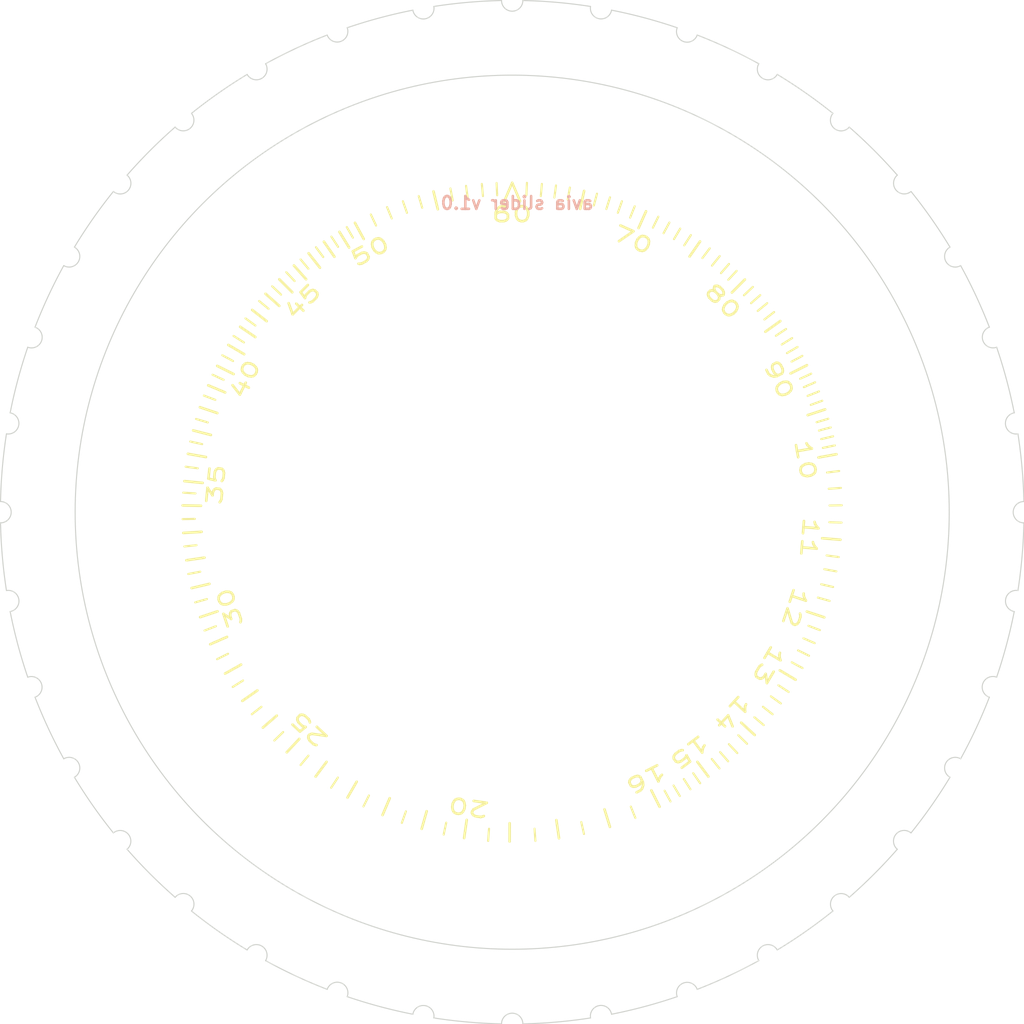
<source format=kicad_pcb>
(kicad_pcb (version 20211014) (generator pcbnew)

  (general
    (thickness 1)
  )

  (paper "A4")
  (layers
    (0 "F.Cu" signal)
    (31 "B.Cu" signal)
    (32 "B.Adhes" user "B.Adhesive")
    (33 "F.Adhes" user "F.Adhesive")
    (34 "B.Paste" user)
    (35 "F.Paste" user)
    (36 "B.SilkS" user "B.Silkscreen")
    (37 "F.SilkS" user "F.Silkscreen")
    (38 "B.Mask" user)
    (39 "F.Mask" user)
    (40 "Dwgs.User" user "User.Drawings")
    (41 "Cmts.User" user "User.Comments")
    (42 "Eco1.User" user "User.Eco1")
    (43 "Eco2.User" user "User.Eco2")
    (44 "Edge.Cuts" user)
    (45 "Margin" user)
    (46 "B.CrtYd" user "B.Courtyard")
    (47 "F.CrtYd" user "F.Courtyard")
    (48 "B.Fab" user)
    (49 "F.Fab" user)
    (50 "User.1" user)
    (51 "User.2" user)
    (52 "User.3" user)
    (53 "User.4" user)
    (54 "User.5" user)
    (55 "User.6" user)
    (56 "User.7" user)
    (57 "User.8" user)
    (58 "User.9" user)
  )

  (setup
    (stackup
      (layer "F.SilkS" (type "Top Silk Screen"))
      (layer "F.Paste" (type "Top Solder Paste"))
      (layer "F.Mask" (type "Top Solder Mask") (thickness 0.01))
      (layer "F.Cu" (type "copper") (thickness 0.035))
      (layer "dielectric 1" (type "core") (thickness 0.91) (material "FR4") (epsilon_r 4.5) (loss_tangent 0.02))
      (layer "B.Cu" (type "copper") (thickness 0.035))
      (layer "B.Mask" (type "Bottom Solder Mask") (thickness 0.01))
      (layer "B.Paste" (type "Bottom Solder Paste"))
      (layer "B.SilkS" (type "Bottom Silk Screen"))
      (copper_finish "None")
      (dielectric_constraints no)
    )
    (pad_to_mask_clearance 0)
    (pcbplotparams
      (layerselection 0x00010fc_ffffffff)
      (disableapertmacros false)
      (usegerberextensions false)
      (usegerberattributes true)
      (usegerberadvancedattributes true)
      (creategerberjobfile true)
      (svguseinch false)
      (svgprecision 6)
      (excludeedgelayer true)
      (plotframeref false)
      (viasonmask false)
      (mode 1)
      (useauxorigin false)
      (hpglpennumber 1)
      (hpglpenspeed 20)
      (hpglpendiameter 15.000000)
      (dxfpolygonmode true)
      (dxfimperialunits true)
      (dxfusepcbnewfont true)
      (psnegative false)
      (psa4output false)
      (plotreference true)
      (plotvalue true)
      (plotinvisibletext false)
      (sketchpadsonfab false)
      (subtractmaskfromsilk false)
      (outputformat 1)
      (mirror false)
      (drillshape 1)
      (scaleselection 1)
      (outputdirectory "")
    )
  )

  (net 0 "")

  (gr_line (start 200.37 85.41) (end 200 84.55) (layer "F.SilkS") (width 0.12) (tstamp 826dcf6a-d9a9-4955-a46c-ac784df2ee6e))
  (gr_line (start 200 84.55) (end 199.63 85.41) (layer "F.SilkS") (width 0.12) (tstamp f96acd88-07ce-4c57-9d9b-a96d9dd8bbed))
  (gr_arc (start 222.723632 92.261363) (mid 223.187249 93.786995) (end 223.548561 95.34004) (layer "Edge.Cuts") (width 0.05) (tstamp 0182b618-d88a-4945-b6c3-fa4925a78896))
  (gr_arc (start 195.34004 123.548562) (mid 195.919268 123.142982) (end 196.324848 123.72221) (layer "Edge.Cuts") (width 0.05) (tstamp 01f89dfb-37ec-49a6-ae68-a9a8395de980))
  (gr_arc (start 223.548562 104.65996) (mid 223.142982 104.080732) (end 223.72221 103.675152) (layer "Edge.Cuts") (width 0.05) (tstamp 03f2e9c1-7b31-4086-85b1-ac47501fcae9))
  (gr_arc (start 181.936328 84.190076) (mid 183.025756 83.025756) (end 184.190076 81.936328) (layer "Edge.Cuts") (width 0.05) (tstamp 07030ba4-2771-4e6f-a091-4a4813b2c747))
  (gr_arc (start 224 100.5) (mid 223.5 100) (end 224 99.5) (layer "Edge.Cuts") (width 0.05) (tstamp 0763ee43-495f-4983-8d1e-4826f5686103))
  (gr_arc (start 196.324848 76.27779) (mid 195.919268 76.857018) (end 195.34004 76.451438) (layer "Edge.Cuts") (width 0.05) (tstamp 0ad57ef5-5388-4caa-a5d2-c75ca435e151))
  (gr_arc (start 176.27779 103.675152) (mid 176.857018 104.080732) (end 176.451438 104.65996) (layer "Edge.Cuts") (width 0.05) (tstamp 0d288fcd-7de0-43ac-96a7-883e4c8ef2e1))
  (gr_arc (start 181.936327 84.190075) (mid 181.997955 84.894491) (end 181.293539 84.956119) (layer "Edge.Cuts") (width 0.05) (tstamp 0e5731aa-0318-4b1e-87f6-c1dbdef8358a))
  (gr_arc (start 188.433013 78.96539) (mid 188.25 79.648403) (end 187.566987 79.46539) (layer "Edge.Cuts") (width 0.05) (tstamp 0e7a0ef8-c1d9-482e-9548-ac04c56296ee))
  (gr_arc (start 178.965391 111.566987) (mid 178.243894 110.145039) (end 177.618388 108.67833) (layer "Edge.Cuts") (width 0.05) (tstamp 12fbb53e-6c0c-40b7-b5bc-6c76590eae77))
  (gr_arc (start 218.706461 84.956119) (mid 218.002045 84.894491) (end 218.063673 84.190075) (layer "Edge.Cuts") (width 0.05) (tstamp 15f86503-02d9-472f-b103-1f8f36844e6f))
  (gr_arc (start 176.451438 95.34004) (mid 176.857018 95.919268) (end 176.27779 96.324848) (layer "Edge.Cuts") (width 0.05) (tstamp 17553ea1-f21d-48c7-9711-f117e9579a89))
  (gr_arc (start 218.063672 115.809924) (mid 216.974244 116.974244) (end 215.809924 118.063672) (layer "Edge.Cuts") (width 0.05) (tstamp 17e6bae5-7d4a-490c-869d-b87e3f48ebea))
  (gr_arc (start 223.722209 96.324848) (mid 223.91386 97.907808) (end 223.999999 99.5) (layer "Edge.Cuts") (width 0.05) (tstamp 180e7171-8b0b-4116-beaf-77bd668e721f))
  (gr_arc (start 218.70646 84.95612) (mid 219.663915 86.231179) (end 220.534609 87.566988) (layer "Edge.Cuts") (width 0.05) (tstamp 185a251a-8de4-4615-ab48-fbc360666538))
  (gr_arc (start 211.566987 121.034609) (mid 210.145039 121.756106) (end 208.67833 122.381612) (layer "Edge.Cuts") (width 0.05) (tstamp 1b53c84d-2f38-4a23-b444-c6c0a1697ce3))
  (gr_arc (start 220.534609 112.433012) (mid 219.663915 113.768821) (end 218.70646 115.043879) (layer "Edge.Cuts") (width 0.05) (tstamp 1bd85367-e455-48dc-b3ed-55539482ff5d))
  (gr_arc (start 188.433013 78.965391) (mid 189.854961 78.243894) (end 191.32167 77.618388) (layer "Edge.Cuts") (width 0.05) (tstamp 1d507392-181d-4a8a-831c-094591f283ee))
  (gr_arc (start 176.451439 95.34004) (mid 176.812751 93.786995) (end 177.276368 92.261363) (layer "Edge.Cuts") (width 0.05) (tstamp 2448ab8c-c3e9-4b60-baf7-e75fa1ab5d9d))
  (gr_arc (start 176 99.5) (mid 176.5 100) (end 176 100.5) (layer "Edge.Cuts") (width 0.05) (tstamp 25b04ab4-058c-4e0b-9ce0-2a5ce6f4ba03))
  (gr_arc (start 184.95612 81.29354) (mid 186.231179 80.336085) (end 187.566988 79.465391) (layer "Edge.Cuts") (width 0.05) (tstamp 29f03200-7758-41f0-9eac-2318a6ff8090))
  (gr_arc (start 184.190076 118.063672) (mid 183.025756 116.974244) (end 181.936328 115.809924) (layer "Edge.Cuts") (width 0.05) (tstamp 319b9ee8-0793-4040-a9cc-1485faac8d67))
  (gr_arc (start 215.043881 118.706461) (mid 215.105509 118.002045) (end 215.809925 118.063673) (layer "Edge.Cuts") (width 0.05) (tstamp 355b9c54-ecc3-44f3-afcb-7ea0d61650ae))
  (gr_arc (start 220.53461 112.433013) (mid 220.351597 111.75) (end 221.03461 111.566987) (layer "Edge.Cuts") (width 0.05) (tstamp 3b249481-6c82-4ea4-a20d-52ab86c01591))
  (gr_arc (start 221.03461 88.433013) (mid 220.351597 88.25) (end 220.53461 87.566987) (layer "Edge.Cuts") (width 0.05) (tstamp 3efbf0e1-41ee-4ea9-9d95-d4f2d567e931))
  (gr_arc (start 222.381613 108.678329) (mid 222.082777 108.037473) (end 222.723633 107.738637) (layer "Edge.Cuts") (width 0.05) (tstamp 3f11df83-7413-47f0-b93f-dab1153032de))
  (gr_arc (start 207.738637 122.723632) (mid 206.213005 123.187249) (end 204.65996 123.548561) (layer "Edge.Cuts") (width 0.05) (tstamp 4063872f-d585-446d-9b2b-23a0c964bf01))
  (gr_arc (start 218.063673 115.809925) (mid 218.002045 115.105509) (end 218.706461 115.043881) (layer "Edge.Cuts") (width 0.05) (tstamp 406c1c2e-8b8d-4fae-968b-7aee5471e0d2))
  (gr_arc (start 178.96539 111.566987) (mid 179.648403 111.75) (end 179.46539 112.433013) (layer "Edge.Cuts") (width 0.05) (tstamp 4e152c0a-7388-4cd9-a50b-df90d2ccb1fc))
  (gr_arc (start 212.433013 79.46539) (mid 211.75 79.648403) (end 211.566987 78.96539) (layer "Edge.Cuts") (width 0.05) (tstamp 550969aa-1cfd-4520-9313-2220a843d97f))
  (gr_arc (start 187.566987 120.53461) (mid 188.25 120.351597) (end 188.433013 121.03461) (layer "Edge.Cuts") (width 0.05) (tstamp 551165fa-1a91-4ec0-a6cd-78fded48c83f))
  (gr_arc (start 196.324848 76.277791) (mid 197.907808 76.08614) (end 199.5 76.000001) (layer "Edge.Cuts") (width 0.05) (tstamp 5adc857c-b630-4fff-bd49-836253c0f5fc))
  (gr_arc (start 204.65996 76.451438) (mid 204.080732 76.857018) (end 203.675152 76.27779) (layer "Edge.Cuts") (width 0.05) (tstamp 60fdad1f-4856-438f-92f9-0458da2dc310))
  (gr_arc (start 222.723633 92.261363) (mid 222.082777 91.962527) (end 222.381613 91.321671) (layer "Edge.Cuts") (width 0.05) (tstamp 644e1bb9-e60e-4a57-ac4f-aa66aacce778))
  (gr_arc (start 208.678329 77.618387) (mid 208.037473 77.917223) (end 207.738637 77.276367) (layer "Edge.Cuts") (width 0.05) (tstamp 69bb6d4f-a5ff-43cd-95c2-c69de27ca73d))
  (gr_arc (start 215.809925 81.936327) (mid 215.105509 81.997955) (end 215.043881 81.293539) (layer "Edge.Cuts") (width 0.05) (tstamp 6ab89c30-00ed-4bda-ab27-85edd492d0fc))
  (gr_arc (start 192.261363 77.276368) (mid 193.786995 76.812751) (end 195.34004 76.451439) (layer "Edge.Cuts") (width 0.05) (tstamp 6c2da652-e621-4b5c-aa66-197efeedd3f0))
  (gr_arc (start 181.293539 115.043881) (mid 181.997955 115.105509) (end 181.936327 115.809925) (layer "Edge.Cuts") (width 0.05) (tstamp 70f74cc6-d27f-43bf-8f74-1fc9ce846cc3))
  (gr_arc (start 184.956119 81.293539) (mid 184.894491 81.997955) (end 184.190075 81.936327) (layer "Edge.Cuts") (width 0.05) (tstamp 7981e008-7c3c-4a11-bbe7-2ef48d1f8386))
  (gr_arc (start 177.276367 107.738637) (mid 177.917223 108.037473) (end 177.618387 108.678329) (layer "Edge.Cuts") (width 0.05) (tstamp 7a1782d1-e750-4df8-828f-294669ad0374))
  (gr_arc (start 199.5 124) (mid 200 123.5) (end 200.5 124) (layer "Edge.Cuts") (width 0.05) (tstamp 8132be9c-e1d3-49cb-a3e9-24d27cc2a78f))
  (gr_arc (start 215.04388 118.70646) (mid 213.768821 119.663915) (end 212.433012 120.534609) (layer "Edge.Cuts") (width 0.05) (tstamp 85678c95-37f5-494c-be7c-63e243fdd5ed))
  (gr_arc (start 191.321671 122.381613) (mid 191.962527 122.082777) (end 192.261363 122.723633) (layer "Edge.Cuts") (width 0.05) (tstamp 87d9c8dd-74eb-4259-9759-efe0adb72b53))
  (gr_arc (start 184.190075 118.063673) (mid 184.894491 118.002045) (end 184.956119 118.706461) (layer "Edge.Cuts") (width 0.05) (tstamp 8da42583-c6cf-40a9-88d8-81196020a596))
  (gr_arc (start 187.566988 120.534609) (mid 186.231179 119.663915) (end 184.956121 118.70646) (layer "Edge.Cuts") (width 0.05) (tstamp 8f427b48-7998-4a50-bb23-c7553d49b1a5))
  (gr_arc (start 195.34004 123.548561) (mid 193.786995 123.187249) (end 192.261363 122.723632) (layer "Edge.Cuts") (width 0.05) (tstamp 955bb44b-3763-4479-b9fc-c0c66948fc63))
  (gr_arc (start 222.381612 108.678329) (mid 221.756106 110.145039) (end 221.034609 111.566987) (layer "Edge.Cuts") (width 0.05) (tstamp a5753440-5576-4459-b607-91ab12c92331))
  (gr_arc (start 211.566987 121.03461) (mid 211.75 120.351597) (end 212.433013 120.53461) (layer "Edge.Cuts") (width 0.05) (tstamp a673f818-608f-4f77-80ab-3bdb6c3aad56))
  (gr_arc (start 177.618387 91.321671) (mid 177.917223 91.962527) (end 177.276367 92.261363) (layer "Edge.Cuts") (width 0.05) (tstamp a7195495-3f44-4109-8648-63919d2970e4))
  (gr_arc (start 200.5 76.000001) (mid 202.092192 76.08614) (end 203.675152 76.277791) (layer "Edge.Cuts") (width 0.05) (tstamp a77ccfc2-5d8c-4710-97a2-16523434b1d3))
  (gr_arc (start 199.5 123.999999) (mid 197.907808 123.91386) (end 196.324848 123.722209) (layer "Edge.Cuts") (width 0.05) (tstamp ad29d5df-4b4f-4ebd-b217-5953d6f7b554))
  (gr_arc (start 200.5 76) (mid 200 76.5) (end 199.5 76) (layer "Edge.Cuts") (width 0.05) (tstamp b3ef408e-8d0f-4eff-9934-84d1c0ae4022))
  (gr_arc (start 203.675152 123.722209) (mid 202.092192 123.91386) (end 200.5 123.999999) (layer "Edge.Cuts") (width 0.05) (tstamp b8589ec6-c264-4e75-b116-5afb00b4ab95))
  (gr_arc (start 191.321671 122.381612) (mid 189.854961 121.756106) (end 188.433013 121.034609) (layer "Edge.Cuts") (width 0.05) (tstamp bcc3178b-8a28-40e8-85f7-928e9dbb0880))
  (gr_arc (start 179.465391 87.566988) (mid 180.336085 86.231179) (end 181.29354 84.956121) (layer "Edge.Cuts") (width 0.05) (tstamp be1eceff-47d4-4938-83df-077e3855db6d))
  (gr_arc (start 212.433012 79.465391) (mid 213.768821 80.336085) (end 215.043879 81.29354) (layer "Edge.Cuts") (width 0.05) (tstamp bfb47430-2c7e-43cc-8f2f-b4ec86346c39))
  (gr_arc (start 221.034609 88.433013) (mid 221.756106 89.854961) (end 222.381612 91.32167) (layer "Edge.Cuts") (width 0.05) (tstamp c2b00556-8d95-4e77-a7bb-a5c0131fb35c))
  (gr_arc (start 203.675152 123.72221) (mid 204.080732 123.142982) (end 204.65996 123.548562) (layer "Edge.Cuts") (width 0.05) (tstamp c3c7ab67-1981-4c00-b436-6e1221ace079))
  (gr_circle (center 200 100) (end 220.5 100) (layer "Edge.Cuts") (width 0.05) (fill none) (tstamp c5b93277-3fc0-4b06-bd36-45cb16cbb369))
  (gr_arc (start 179.46539 87.566987) (mid 179.648403 88.25) (end 178.96539 88.433013) (layer "Edge.Cuts") (width 0.05) (tstamp cbe8250f-522e-42b8-a3f2-ec746d9665da))
  (gr_arc (start 215.809924 81.936328) (mid 216.974244 83.025756) (end 218.063672 84.190076) (layer "Edge.Cuts") (width 0.05) (tstamp d739acc4-1a9c-45c6-9c56-9818e32043ab))
  (gr_arc (start 176.000001 99.5) (mid 176.08614 97.907808) (end 176.277791 96.324848) (layer "Edge.Cuts") (width 0.05) (tstamp d8bfe70e-cbc5-4e57-8dd3-94fe473a77da))
  (gr_arc (start 177.618388 91.321671) (mid 178.243894 89.854961) (end 178.965391 88.433013) (layer "Edge.Cuts") (width 0.05) (tstamp dd1aed76-8d44-40c7-9229-9f6f11c81a44))
  (gr_arc (start 181.29354 115.04388) (mid 180.336085 113.768821) (end 179.465391 112.433012) (layer "Edge.Cuts") (width 0.05) (tstamp de3d5677-7229-4596-8e92-2c067fdc600b))
  (gr_arc (start 207.738637 122.723633) (mid 208.037473 122.082777) (end 208.678329 122.381613) (layer "Edge.Cuts") (width 0.05) (tstamp dedf1d77-08c8-45b3-ac58-20b963ff7634))
  (gr_arc (start 223.72221 96.324848) (mid 223.142982 95.919268) (end 223.548562 95.34004) (layer "Edge.Cuts") (width 0.05) (tstamp e2ed8460-2b33-4d2f-9de7-14c3285485a5))
  (gr_arc (start 223.548561 104.65996) (mid 223.187249 106.213005) (end 222.723632 107.738637) (layer "Edge.Cuts") (width 0.05) (tstamp e474f6c2-f007-4449-bf9f-8d667564b569))
  (gr_arc (start 176.277791 103.675152) (mid 176.08614 102.092192) (end 176.000001 100.5) (layer "Edge.Cuts") (width 0.05) (tstamp e94334cc-cc41-4455-9722-6c8e3095ae2c))
  (gr_arc (start 192.261363 77.276367) (mid 191.962527 77.917223) (end 191.321671 77.618387) (layer "Edge.Cuts") (width 0.05) (tstamp ec812001-a02f-49a3-9a0e-d4c8bdc9d4d8))
  (gr_arc (start 204.65996 76.451439) (mid 206.213005 76.812751) (end 207.738637 77.276368) (layer "Edge.Cuts") (width 0.05) (tstamp f207fb9c-daad-403e-abce-3179193894ce))
  (gr_arc (start 208.678329 77.618388) (mid 210.145039 78.243894) (end 211.566987 78.965391) (layer "Edge.Cuts") (width 0.05) (tstamp f732f801-8bd2-4820-aea5-6a4a70cef8ae))
  (gr_arc (start 177.276368 107.738637) (mid 176.812751 106.213005) (end 176.451439 104.65996) (layer "Edge.Cuts") (width 0.05) (tstamp f798895f-c58c-4854-9be3-f8ac09a831ab))
  (gr_arc (start 223.999999 100.5) (mid 223.91386 102.092192) (end 223.722209 103.675152) (layer "Edge.Cuts") (width 0.05) (tstamp fe712276-277d-4b0f-8dce-cf5a5e9943f0))
  (gr_circle (center 200 100) (end 220.9 100) (layer "User.1") (width 0.1) (fill none) (tstamp 47660a2a-4de3-4931-b35d-2652cce9ac96))
  (gr_circle (center 200 100) (end 223.5 100) (layer "User.1") (width 0.1) (fill none) (tstamp e9313925-bec0-41f7-8b38-5868830e793b))
  (gr_circle (center 200 100) (end 200.07 100) (layer "User.1") (width 0.1) (fill none) (tstamp ec060531-6276-4b06-9366-b8c7c0f8b06a))
  (gr_text "avia slider v1.0" (at 200.23 85.5) (layer "B.SilkS") (tstamp 969ed568-e8da-4758-ae69-de4aab13bde9)
    (effects (font (size 0.6 0.6) (thickness 0.12)) (justify mirror))
  )
  (gr_text "|" (at 184.88 101.58 95.92) (layer "F.SilkS") (tstamp 003b5af3-415a-40b9-bd93-16192cac3a32)
    (effects (font (size 0.4 1) (thickness 0.1)))
  )
  (gr_text "|" (at 186.1 94.2 67.35) (layer "F.SilkS") (tstamp 004d6924-ed84-47ce-a559-0e32f69d3a11)
    (effects (font (size 0.6 1) (thickness 0.125)))
  )
  (gr_text "80" (at 209.87 90.11 -44.91) (layer "F.SilkS") (tstamp 03297af2-7738-40fd-9ad0-bbc7c59ab3ac)
    (effects (font (size 0.7 1) (thickness 0.125)))
  )
  (gr_text "|" (at 212.08 90.77 -52.61) (layer "F.SilkS") (tstamp 03838204-c949-4ef7-a17e-8273ed67f903)
    (effects (font (size 0.4 1) (thickness 0.1)))
  )
  (gr_text "|" (at 201.07 115.16 184.02) (layer "F.SilkS") (tstamp 043e2de0-42b7-4637-8c59-5597b56d8ebb)
    (effects (font (size 0.4 1) (thickness 0.1)))
  )
  (gr_text "|" (at 187.11 108.06 122.04) (layer "F.SilkS") (tstamp 05bae981-65f1-469c-a282-40b5c7cc3479)
    (effects (font (size 0.4 1) (thickness 0.1)))
  )
  (gr_text "|" (at 199.88 115.06 179.85) (layer "F.SilkS") (tstamp 066c3a16-8e12-4cf2-8019-77064f73b9df)
    (effects (font (size 0.6 1) (thickness 0.125)))
  )
  (gr_text "|" (at 186.39 106.78 116.45) (layer "F.SilkS") (tstamp 077a886b-2377-44ad-af40-06cf727ada63)
    (effects (font (size 0.4 1) (thickness 0.1)))
  )
  (gr_text "|" (at 215.08 98.1 277.1) (layer "F.SilkS") (tstamp 0826a717-ac89-4ad0-ba4c-f8e09c375650)
    (effects (font (size 0.4 1) (thickness 0.1)))
  )
  (gr_text "|" (at 188.72 90.01 48.49) (layer "F.SilkS") (tstamp 0a0bfb99-8f76-4b36-8d4b-ddf4248e30e5)
    (effects (font (size 0.6 1) (thickness 0.125)))
  )
  (gr_text "|" (at 212.96 107.66 239.18) (layer "F.SilkS") (tstamp 0a29a31a-ac3f-4841-9fae-d0bbc363e4bf)
    (effects (font (size 0.6 1) (thickness 0.125)))
  )
  (gr_text "|" (at 185.41 96.26 75.58) (layer "F.SilkS") (tstamp 0ada890c-7a5e-473d-b1d3-a543f0d6e801)
    (effects (font (size 0.6 1) (thickness 0.125)))
  )
  (gr_text "|" (at 190.24 88.34 39.85) (layer "F.SilkS") (tstamp 0ba0d45f-8279-4509-812a-36ed63fb6313)
    (effects (font (size 0.4 1) (thickness 0.1)))
  )
  (gr_text "|" (at 184.96 100.95 93.53) (layer "F.SilkS") (tstamp 0e6f2f0b-f203-4c67-ad34-b609dd49ccae)
    (effects (font (size 0.6 1) (thickness 0.125)))
  )
  (gr_text "|" (at 189.03 110.53 133.84) (layer "F.SilkS") (tstamp 0e6fc4d3-c29f-4394-9f76-6ced55bfd3c6)
    (effects (font (size 0.4 1) (thickness 0.1)))
  )
  (gr_text "|" (at 187.02 92.35 59.529) (layer "F.SilkS") (tstamp 124c9d4b-570b-486f-a8c9-bb999a77aa4c)
    (effects (font (size 0.6 1) (thickness 0.125)))
  )
  (gr_text "|" (at 209.96 111.49 221.03) (layer "F.SilkS") (tstamp 131b688b-8729-4f5a-b86f-c2d0d812ff19)
    (effects (font (size 0.4 1) (thickness 0.1)))
  )
  (gr_text "|" (at 210.38 111.11 223.19) (layer "F.SilkS") (tstamp 1427bd52-9202-4c22-b03b-745f2e98f645)
    (effects (font (size 0.4 1) (thickness 0.1)))
  )
  (gr_text "|" (at 184.83 99.1 86.58) (layer "F.SilkS") (tstamp 16ddc98c-ecd1-462a-b180-e694d3727be3)
    (effects (font (size 0.4 1) (thickness 0.1)))
  )
  (gr_text "|" (at 192.81 86.77 28.51) (layer "F.SilkS") (tstamp 1765c00f-05e5-4edf-95eb-83023a8460e3)
    (effects (font (size 0.6 1) (thickness 0.125)))
  )
  (gr_text "35" (at 186.11 98.7 84.33) (layer "F.SilkS") (tstamp 1801fcba-1cbb-4688-b6c6-6df454026b0d)
    (effects (font (size 0.7 1) (thickness 0.125)))
  )
  (gr_text "|" (at 186.63 92.76 61.45) (layer "F.SilkS") (tstamp 19c50ec0-4847-4172-9887-be241f49407b)
    (effects (font (size 0.4 1) (thickness 0.1)))
  )
  (gr_text "|" (at 214.8 96.5 -76.64) (layer "F.SilkS") (tstamp 1e9767ee-09e9-415a-b290-4861ccd84f8d)
    (effects (font (size 0.4 1) (thickness 0.1)))
  )
  (gr_text "|" (at 190.69 88.16 38.18) (layer "F.SilkS") (tstamp 1f652a89-60a1-457f-a432-6d74c356a459)
    (effects (font (size 0.6 1) (thickness 0.125)))
  )
  (gr_text "|" (at 187.99 109.32 127.83) (layer "F.SilkS") (tstamp 21e34cb1-e8ba-44ea-8749-54af93800e2b)
    (effects (font (size 0.4 1) (thickness 0.1)))
  )
  (gr_text "|" (at 191.39 87.63 34.89) (layer "F.SilkS") (tstamp 21f2770e-a62c-45b8-a3c4-e414722b37ca)
    (effects (font (size 0.6 1) (thickness 0.125)))
  )
  (gr_text "|" (at 189.35 89.35 45.04) (layer "F.SilkS") (tstamp 2234bea2-4612-4721-ba9c-4efb5fb3417f)
    (effects (font (size 0.6 1) (thickness 0.125)))
  )
  (gr_text "|" (at 187.56 91.52 55.76) (layer "F.SilkS") (tstamp 2251bd1d-7425-4a31-9785-0107c149a2f2)
    (effects (font (size 0.6 1) (thickness 0.125)))
  )
  (gr_text "|" (at 184.94 97.9 82.5) (layer "F.SilkS") (tstamp 233e9c57-114a-4643-8154-0bbdbe27f15b)
    (effects (font (size 0.4 1) (thickness 0.1)))
  )
  (gr_text "|" (at 207.73 113.09 210.67) (layer "F.SilkS") (tstamp 24f92de4-fd5e-4eee-b895-46dfc3b56684)
    (effects (font (size 0.4 1) (thickness 0.1)))
  )
  (gr_text "|" (at 207.75 86.92 -30.66) (layer "F.SilkS") (tstamp 26be93ab-4bc3-4427-aae0-c6844bb17055)
    (effects (font (size 0.4 1) (thickness 0.1)))
  )
  (gr_text "14" (at 210.32 109.45 227.59) (layer "F.SilkS") (tstamp 29c7fd6e-f94f-4b46-b671-018ccb644f86)
    (effects (font (size 0.7 1) (thickness 0.125)))
  )
  (gr_text "|" (at 214.69 96.09 -75.04) (layer "F.SilkS") (tstamp 2ad1bb5f-349a-4d29-b47d-e29e8b4e82b8)
    (effects (font (size 0.4 1) (thickness 0.1)))
  )
  (gr_text "|" (at 214.3 94.86 -70.13) (layer "F.SilkS") (tstamp 2b61812a-462a-4230-b09a-4964fd6ea79c)
    (effects (font (size 0.4 1) (thickness 0.1)))
  )
  (gr_text "|" (at 187.15 91.87 57.64) (layer "F.SilkS") (tstamp 2bacad0c-eb5c-49ff-9f4e-5f0f8b22d222)
    (effects (font (size 0.4 1) (thickness 0.1)))
  )
  (gr_text "|" (at 188.33 90.26 50.28) (layer "F.SilkS") (tstamp 2cac7012-3ea7-4f13-a585-478fd5a7bf36)
    (effects (font (size 0.4 1) (thickness 0.1)))
  )
  (gr_text "|" (at 214.27 104.81 251.69) (layer "F.SilkS") (tstamp 2e2fbd30-a2c2-45ca-b920-0b08dae65eee)
    (effects (font (size 0.6 1) (thickness 0.125)))
  )
  (gr_text "|" (at 203.29 85.31 -12.45) (layer "F.SilkS") (tstamp 31abe073-edee-401d-89e2-617936d130a6)
    (effects (font (size 0.6 1) (thickness 0.125)))
  )
  (gr_text "|" (at 200.68 84.81 -2.58) (layer "F.SilkS") (tstamp 31d249df-b8ca-474f-9e34-daf5e7ebf5c2)
    (effects (font (size 0.4 1) (thickness 0.1)))
  )
  (gr_text "|" (at 201.37 84.86 -5.13) (layer "F.SilkS") (tstamp 32c551d1-6c53-45c6-b5ec-17ac156ee44a)
    (effects (font (size 0.4 1) (thickness 0.1)))
  )
  (gr_text "|" (at 187.7 91.06 53.909) (layer "F.SilkS") (tstamp 33fcfe7d-292d-411e-9b91-e8ce97ca1d2b)
    (effects (font (size 0.4 1) (thickness 0.1)))
  )
  (gr_text "|" (at 188.93 89.58 46.72) (layer "F.SilkS") (tstamp 34bb74da-7695-4724-a67c-624bd773f236)
    (effects (font (size 0.4 1) (thickness 0.1)))
  )
  (gr_text "|" (at 192.37 86.85 30.079) (layer "F.SilkS") (tstamp 34bbab08-8289-4a75-af64-b4e5cdb3eebc)
    (effects (font (size 0.4 1) (thickness 0.1)))
  )
  (gr_text "|" (at 187.66 108.63 124.91) (layer "F.SilkS") (tstamp 36293b43-ba63-4bfa-b757-e0ca437963c3)
    (effects (font (size 0.6 1) (thickness 0.125)))
  )
  (gr_text "|" (at 214.19 105.44 249.11) (layer "F.SilkS") (tstamp 367c9e48-272a-4065-a1db-8a23ab3437b6)
    (effects (font (size 0.4 1) (thickness 0.1)))
  )
  (gr_text "|" (at 188.11 90.75 52.09) (layer "F.SilkS") (tstamp 37778fca-0869-4ed7-a652-616455ef9ac3)
    (effects (font (size 0.6 1) (thickness 0.125)))
  )
  (gr_text "|" (at 186.18 93.66 65.36) (layer "F.SilkS") (tstamp 38da8b47-1e24-4608-ad42-d007c89a12d9)
    (effects (font (size 0.4 1) (thickness 0.1)))
  )
  (gr_text "|" (at 204.51 85.48 -17.25) (layer "F.SilkS") (tstamp 3a570124-8d0d-491d-8387-c5c99e0c3421)
    (effects (font (size 0.4 1) (thickness 0.1)))
  )
  (gr_text "|" (at 193.48 86.27 25.41) (layer "F.SilkS") (tstamp 3b45061d-7a22-4dbe-8eed-22dfa29f9f73)
    (effects (font (size 0.4 1) (thickness 0.1)))
  )
  (gr_text "|" (at 198.6 84.86 5.3) (layer "F.SilkS") (tstamp 3df57536-e2d2-4356-a42a-d5f875d72aa5)
    (effects (font (size 0.4 1) (thickness 0.1)))
  )
  (gr_text "|" (at 190.02 88.72 41.54) (layer "F.SilkS") (tstamp 3e602920-6403-4c28-bb50-8250f2662164)
    (effects (font (size 0.6 1) (thickness 0.125)))
  )
  (gr_text "|" (at 185.78 94.62 69.37) (layer "F.SilkS") (tstamp 4066a7fb-3d74-4103-8395-e1a030c7b403)
    (effects (font (size 0.4 1) (thickness 0.1)))
  )
  (gr_text "|" (at 214.58 95.69 -73.42) (layer "F.SilkS") (tstamp 40b439ec-178d-469f-a726-a4658449f7b5)
    (effects (font (size 0.4 1) (thickness 0.1)))
  )
  (gr_text "|" (at 213.97 94.01 -66.77) (layer "F.SilkS") (tstamp 43ddc72c-4b03-436b-ae88-c406f7bd5f31)
    (effects (font (size 0.4 1) (thickness 0.1)))
  )
  (gr_text "|" (at 213.95 106.04 246.57) (layer "F.SilkS") (tstamp 43e6a510-3e74-43fc-bb0d-69f86cab1a3e)
    (effects (font (size 0.4 1) (thickness 0.1)))
  )
  (gr_text "|" (at 215.19 100.48 268.17) (layer "F.SilkS") (tstamp 4bbb9f5a-6c29-41bf-9a65-729e93641c2a)
    (effects (font (size 0.4 1) (thickness 0.1)))
  )
  (gr_text "|" (at 207.3 113.34 208.68) (layer "F.SilkS") (tstamp 4c1894ac-4219-4ddd-b819-19b80fe8bc32)
    (effects (font (size 0.4 1) (thickness 0.1)))
  )
  (gr_text "|" (at 212.26 91.26 -54.39) (layer "F.SilkS") (tstamp 4cc841e2-b88c-4998-91a1-0df1f49c7631)
    (effects (font (size 0.6 1) (thickness 0.125)))
  )
  (gr_text "11" (at 213.94 101.2 265.326) (layer "F.SilkS") (tstamp 4e2ee201-34af-48ef-b569-7e4bb14c04b4)
    (effects (font (size 0.7 1) (thickness 0.125)))
  )
  (gr_text "|" (at 215.2 99.68 271.09) (layer "F.SilkS") (tstamp 4efff232-869a-4f83-89d7-bb814a9d04c1)
    (effects (font (size 0.4 1) (thickness 0.1)))
  )
  (gr_text "|" (at 212.39 108.82 234.44) (layer "F.SilkS") (tstamp 50e6fc5e-ef41-4921-a860-d49205ab3548)
    (effects (font (size 0.4 1) (thickness 0.1)))
  )
  (gr_text "|" (at 208.22 112.78 212.69) (layer "F.SilkS") (tstamp 511429fd-b0ff-421d-8f1e-7b7a3e3fd71b)
    (effects (font (size 0.4 1) (thickness 0.1)))
  )
  (gr_text "|" (at 202.02 84.93 -7.63) (layer "F.SilkS") (tstamp 513a3f62-567f-4110-8471-ba11b8350ea2)
    (effects (font (size 0.4 1) (thickness 0.1)))
  )
  (gr_text "|" (at 211.09 110.19 227.59) (layer "F.SilkS") (tstamp 52f884ac-bb56-42dc-be50-8d19a169a77b)
    (effects (font (size 0.6 1) (thickness 0.125)))
  )
  (gr_text "|" (at 197.87 84.95 8.02) (layer "F.SilkS") (tstamp 54878b3e-ae2a-4880-96d5-223ba899c628)
    (effects (font (size 0.4 1) (thickness 0.1)))
  )
  (gr_text "12" (at 213.26 104.48 251.69) (layer "F.SilkS") (tstamp 55156c18-4cc7-492a-8659-e2c8f643c7d4)
    (effects (font (size 0.7 1) (thickness 0.125)))
  )
  (gr_text "|" (at 194.07 113.85 156.93) (layer "F.SilkS") (tstamp 5527bd2e-66dd-4795-b81b-dabc5340fe79)
    (effects (font (size 0.6 1) (thickness 0.125)))
  )
  (gr_text "50" (at 193.34 87.76 28.51) (layer "F.SilkS") (tstamp 552e9b3a-29e1-4087-988c-8d26cb62b7b2)
    (effects (font (size 0.7 1) (thickness 0.125)))
  )
  (gr_text "|" (at 206.74 86.37 -26.32) (layer "F.SilkS") (tstamp 562dae41-f88a-4ccb-a780-a45ed39649c2)
    (effects (font (size 0.4 1) (thickness 0.1)))
  )
  (gr_text "|" (at 190.24 111.66 140.1) (layer "F.SilkS") (tstamp 583e41ba-4d73-4019-9e00-9427ecf80126)
    (effects (font (size 0.4 1) (thickness 0.1)))
  )
  (gr_text "|" (at 189.58 88.93 43.25) (layer "F.SilkS") (tstamp 59ac8f3f-9bf2-4d6b-af8c-04561b5b484f)
    (effects (font (size 0.4 1) (thickness 0.1)))
  )
  (gr_text "|" (at 206.74 113.47 206.719) (layer "F.SilkS") (tstamp 59c8386b-1c53-49ab-a738-1673abc8d17c)
    (effects (font (size 0.6 1) (thickness 0.125)))
  )
  (gr_text "|" (at 214.8 103.45 256.99) (layer "F.SilkS") (tstamp 59fb6938-6821-4332-836a-de774cdffd89)
    (effects (font (size 0.4 1) (thickness 0.1)))
  )
  (gr_text "|" (at 212.75 108.29 236.79) (layer "F.SilkS") (tstamp 5ac36e8e-79d7-47d4-8b86-8f90b3485a38)
    (effects (font (size 0.4 1) (thickness 0.1)))
  )
  (gr_text "|" (at 185.81 105.46 111.059) (layer "F.SilkS") (tstamp 5ef31342-b645-460a-971a-e31b25c7eb17)
    (effects (font (size 0.4 1) (thickness 0.1)))
  )
  (gr_text "|" (at 186.19 106.04 113.739) (layer "F.SilkS") (tstamp 64b36274-889d-4b07-af46-69076e81ead8)
    (effects (font (size 0.6 1) (thickness 0.125)))
  )
  (gr_text "|" (at 198.89 115.16 175.79) (layer "F.SilkS") (tstamp 65235450-5a47-41fb-bdc5-e84fb814f5a4)
    (effects (font (size 0.4 1) (thickness 0.1)))
  )
  (gr_text "13" (at 212.01 107.16 239.18) (layer "F.SilkS") (tstamp 69b5645c-4653-4caf-a701-21ce4451c928)
    (effects (font (size 0.7 1) (thickness 0.125)))
  )
  (gr_text "|" (at 209.57 88.19 -39) (layer "F.SilkS") (tstamp 6b489864-0279-4171-9b0b-3d3a687c2e6e)
    (effects (font (size 0.4 1) (thickness 0.1)))
  )
  (gr_text "45" (at 190.18 90.12 45.04) (layer "F.SilkS") (tstamp 6cd397b0-46ce-4413-924e-c568f9fd597d)
    (effects (font (size 0.7 1) (thickness 0.125)))
  )
  (gr_text "|" (at 205.68 114.1 201.91) (layer "F.SilkS") (tstamp 6f05d6a0-a30b-4517-aa5c-817182ae5af2)
    (effects (font (size 0.4 1) (thickness 0.1)))
  )
  (gr_text "|" (at 190.95 87.78 36.52) (layer "F.SilkS") (tstamp 6f1acdb0-c369-48bf-97cb-abedabf14c97)
    (effects (font (size 0.4 1) (thickness 0.1)))
  )
  (gr_text "|" (at 211.1 89.61 -46.92) (layer "F.SilkS") (tstamp 6f7196e1-395e-4380-82c2-4aa047de94e2)
    (effects (font (size 0.4 1) (thickness 0.1)))
  )
  (gr_text "|" (at 214.31 95.3 -71.78) (layer "F.SilkS") (tstamp 6fe31d50-171a-4734-b427-a33dd3a981d3)
    (effects (font (size 0.6 1) (thickness 0.125)))
  )
  (gr_text "|" (at 212.91 91.97 -58.09) (layer "F.SilkS") (tstamp 70efc62d-0bee-44d5-9e1b-d3363ff1e3bb)
    (effects (font (size 0.4 1) (thickness 0.1)))
  )
  (gr_text "|" (at 205.06 85.66 -19.57) (layer "F.SilkS") (tstamp 71f3bee4-b599-4672-848b-51791e125abe)
    (effects (font (size 0.4 1) (thickness 0.1)))
  )
  (gr_text "|" (at 185.01 98.58 84.33) (layer "F.SilkS") (tstamp 72e2938d-9730-4ef9-b17c-8a333d142b48)
    (effects (font (size 0.6 1) (thickness 0.125)))
  )
  (gr_text "|" (at 196.84 114.87 167.97) (layer "F.SilkS") (tstamp 742cd7bb-bd1a-42f6-8ac7-433d604865a2)
    (effects (font (size 0.4 1) (thickness 0.1)))
  )
  (gr_text "|" (at 208.59 87.62 -34.82) (layer "F.SilkS") (tstamp 771209ef-9f7a-4c5b-95da-41b8030121b3)
    (effects (font (size 0.6 1) (thickness 0.125)))
  )
  (gr_text "|" (at 214.83 97.35 -79.8) (layer "F.SilkS") (tstamp 77d006a0-53b9-46f2-8aa1-66a0cb47a304)
    (effects (font (size 0.6 1) (thickness 0.125)))
  )
  (gr_text "|" (at 195.69 85.42 16.47) (layer "F.SilkS") (tstamp 821077f6-92b6-48c5-9851-33bc4b50106b)
    (effects (font (size 0.4 1) (thickness 0.1)))
  )
  (gr_text "|" (at 189.69 110.98 136.94) (layer "F.SilkS") (tstamp 8314df30-7222-419a-a8d8-5daafcd0e77a)
    (effects (font (size 0.6 1) (thickness 0.125)))
  )
  (gr_text "|" (at 196.4 85.33 13.669) (layer "F.SilkS") (tstamp 847cdc25-0f1c-4deb-8c5b-599d277ba829)
    (effects (font (size 0.6 1) (thickness 0.125)))
  )
  (gr_text "|" (at 209.56 111.82 218.91) (layer "F.SilkS") (tstamp 864d6331-ce71-4c0a-96b6-73988e8fcd69)
    (effects (font (size 0.4 1) (thickness 0.1)))
  )
  (gr_text "|" (at 213.79 93.61 -65.06) (layer "F.SilkS") (tstamp 87b2bcc2-f097-44bf-9ce4-4b0b117c5579)
    (effects (font (size 0.4 1) (thickness 0.1)))
  )
  (gr_text "|" (at 208.67 112.5 214.74) (layer "F.SilkS") (tstamp 88c736c8-ce47-4d8e-b16b-846a61f8edc0)
    (effects (font (size 0.4 1) (thickness 0.1)))
  )
  (gr_text "|" (at 207.25 86.64 -28.51) (layer "F.SilkS") (tstamp 8d4438f9-e1c8-4cba-8a9e-f681117a4381)
    (effects (font (size 0.4 1) (thickness 0.1)))
  )
  (gr_text "20" (at 197.96 113.83 171.83) (layer "F.SilkS") (tstamp 8d85a162-1878-4e16-bf4b-075503978f68)
    (effects (font (size 0.7 1) (thickness 0.125)))
  )
  (gr_text "|" (at 215.16 98.88 274.07) (layer "F.SilkS") (tstamp 8f6e59ca-6dd6-4887-9d18-b57362819762)
    (effects (font (size 0.4 1) (thickness 0.1)))
  )
  (gr_text "|" (at 202.66 85.03 -10.09) (layer "F.SilkS") (tstamp 940f07e9-dab5-4807-b7d2-a456d5e8081b)
    (effects (font (size 0.4 1) (thickness 0.1)))
  )
  (gr_text "|" (at 210.64 89.36 -44.91) (layer "F.SilkS") (tstamp 952684a1-47f8-4b11-acbd-fd9f576c09d7)
    (effects (font (size 0.6 1) (thickness 0.125)))
  )
  (gr_text "|" (at 185.17 97.33 79.87) (layer "F.SilkS") (tstamp 95cfd1e3-96c7-428a-8b7f-43dc1e742d69)
    (effects (font (size 0.6 1) (thickness 0.125)))
  )
  (gr_text "30" (at 186.76 104.47 108.44) (layer "F.SilkS") (tstamp 962b389e-de60-4fa7-9e41-6245eb6f54f2)
    (effects (font (size 0.7 1) (thickness 0.125)))
  )
  (gr_text "|" (at 185.73 104.8 108.44) (layer "F.SilkS") (tstamp 99e06d8d-8ce3-4eac-ba5c-62a71b287915)
    (effects (font (size 0.6 1) (thickness 0.125)))
  )
  (gr_text "|" (at 203.31 114.84 192.71) (layer "F.SilkS") (tstamp 9abb91b5-2f1b-4725-9881-b14a6be936f4)
    (effects (font (size 0.4 1) (thickness 0.1)))
  )
  (gr_text "|" (at 213.39 107.19 241.6) (layer "F.SilkS") (tstamp 9adc8410-b979-415b-b549-ad84cb69e135)
    (effects (font (size 0.4 1) (thickness 0.1)))
  )
  (gr_text "|" (at 206.12 86.24 -24.04) (layer "F.SilkS") (tstamp 9b05ee31-dee9-4d44-8f2a-13a8ec24cce4)
    (effects (font (size 0.6 1) (thickness 0.125)))
  )
  (gr_text "|" (at 210.83 110.68 225.38) (layer "F.SilkS") (tstamp a00511d7-7790-4418-9527-76336b507ca8)
    (effects (font (size 0.4 1) (thickness 0.1)))
  )
  (gr_text "|" (at 212.01 109.32 232.13) (layer "F.SilkS") (tstamp a384d16b-e1ee-47b0-b53a-308df9add0ef)
    (effects (font (size 0.4 1) (thickness 0.1)))
  )
  (gr_text "|" (at 212.63 91.55 -56.279) (layer "F.SilkS") (tstamp a4fbe0c5-8b40-40aa-a63b-8f7bab511801)
    (effects (font (size 0.4 1) (thickness 0.1)))
  )
  (gr_text "|" (at 184.93 99.69 88.87) (layer "F.SilkS") (tstamp a5159b7c-2f86-4030-9297-28ddc9298a1f)
    (effects (font (size 0.6 1) (thickness 0.125)))
  )
  (gr_text "|" (at 185.06 102.85 100.81) (layer "F.SilkS") (tstamp a580da38-ea78-4ad0-9f35-86fa51b38a79)
    (effects (font (size 0.4 1) (thickness 0.1)))
  )
  (gr_text "|" (at 197.8 114.9 171.83) (layer "F.SilkS") (tstamp a5841418-4cb4-41fd-ab43-14ae9e069678)
    (effects (font (size 0.6 1) (thickness 0.125)))
  )
  (gr_text "|" (at 210.35 88.87 -43.01) (layer "F.SilkS") (tstamp a6160957-ce8e-4f31-8581-be5ecb18c6fe)
    (effects (font (size 0.4 1) (thickness 0.1)))
  )
  (gr_text "|" (at 193.14 113.57 153.41) (layer "F.SilkS") (tstamp a6998d22-74be-40b7-be92-137a81e1c135)
    (effects (font (size 0.4 1) (thickness 0.1)))
  )
  (gr_text "|" (at 203.91 85.31 -14.9) (layer "F.SilkS") (tstamp a704eb38-2490-4304-8c5d-9e3c467c7264)
    (effects (font (size 0.4 1) (thickness 0.1)))
  )
  (gr_text "|" (at 213.69 106.62 244.07) (layer "F.SilkS") (tstamp ad859045-8990-448a-bc63-5ee7d64a71df)
    (effects (font (size 0.4 1) (thickness 0.1)))
  )
  (gr_text "40" (at 187.49 93.76 63.46) (layer "F.SilkS") (tstamp b115747f-c63f-43fa-9aef-b42e87355074)
    (effects (font (size 0.7 1) (thickness 0.125)))
  )
  (gr_text "|" (at 185.34 103.47 103.309) (layer "F.SilkS") (tstamp b33e12a5-b147-4b91-93a4-bfc2542cb6da)
    (effects (font (size 0.6 1) (thickness 0.125)))
  )
  (gr_text "|" (at 199.28 84.82 2.63) (layer "F.SilkS") (tstamp b34df9f6-e342-41ba-9f7a-352a38b2099e)
    (effects (font (size 0.4 1) (thickness 0.1)))
  )
  (gr_text "|" (at 208.24 87.22 -32.79) (layer "F.SilkS") (tstamp b589f9a5-8219-4bf3-9dcc-7eb22d04ecf6)
    (effects (font (size 0.4 1) (thickness 0.1)))
  )
  (gr_text "|" (at 195.86 114.48 164.2) (layer "F.SilkS") (tstamp b81184ab-99b5-409c-ac35-87c406478742)
    (effects (font (size 0.6 1) (thickness 0.125)))
  )
  (gr_text "|" (at 208.97 112.09 216.81) (layer "F.SilkS") (tstamp b82a4a67-4158-4b80-9d72-899a25a3890a)
    (effects (font (size 0.6 1) (thickness 0.125)))
  )
  (gr_text "|" (at 186.87 107.38 119.22) (layer "F.SilkS") (tstamp b8b915f8-6256-43bb-a5ab-cb108bd2a912)
    (effects (font (size 0.6 1) (thickness 0.125)))
  )
  (gr_text "|" (at 214.15 94.43 -68.46) (layer "F.SilkS") (tstamp bb2fa066-ad36-4cb3-9322-b25c900deefb)
    (effects (font (size 0.4 1) (thickness 0.1)))
  )
  (gr_text "|" (at 211.44 89.99 -48.84) (layer "F.SilkS") (tstamp bba635eb-1599-4cce-a226-3ccfd128c26e)
    (effects (font (size 0.4 1) (thickness 0.1)))
  )
  (gr_text "|" (at 213.48 93.28 -63.33) (layer "F.SilkS") (tstamp bd4bd5c4-6080-49aa-ae08-978ff897236d)
    (effects (font (size 0.6 1) (thickness 0.125)))
  )
  (gr_text "|" (at 209.11 87.83 -36.96) (layer "F.SilkS") (tstamp bd986099-c66b-41ac-be3f-dd3072f3a20a)
    (effects (font (size 0.4 1) (thickness 0.1)))
  )
  (gr_text "|" (at 191.65 112.71 146.61) (layer "F.SilkS") (tstamp bf32cc67-e330-451e-b64c-e99ad97a84df)
    (effects (font (size 0.4 1) (thickness 0.1)))
  )
  (gr_text "|" (at 214.64 104.09 254.32) (layer "F.SilkS") (tstamp c2db728a-e9f4-4b1c-b4b3-7f77596837da)
    (effects (font (size 0.4 1) (thickness 0.1)))
  )
  (gr_text "|" (at 192.1 87.18 31.66) (layer "F.SilkS") (tstamp c316ba47-6098-4ba2-9463-4267ec9d3235)
    (effects (font (size 0.6 1) (thickness 0.125)))
  )
  (gr_text "|" (at 215.06 102.07 262.48) (layer "F.SilkS") (tstamp c338eeb2-4a99-40e3-87fd-c973e2664b82)
    (effects (font (size 0.4 1) (thickness 0.1)))
  )
  (gr_text "|" (at 185.15 96.74 77.71) (layer "F.SilkS") (tstamp c376e369-2cb0-4a8f-b147-38595bc1fe22)
    (effects (font (size 0.4 1) (thickness 0.1)))
  )
  (gr_text "|" (at 186.51 93.31 63.46) (layer "F.SilkS") (tstamp c4865013-f2a3-41ed-84a1-55d039ae9f7f)
    (effects (font (size 0.6 1) (thickness 0.125)))
  )
  (gr_text "70" (at 205.66 87.23 -24.04) (layer "F.SilkS") (tstamp c6489c82-cea5-4b98-a054-151f3a2e074d)
    (effects (font (size 0.7 1) (thickness 0.125)))
  )
  (gr_text "|" (at 185.1 102.2 98.34) (layer "F.SilkS") (tstamp c83b589e-76ea-44ba-b3be-bc3c62e74fca)
    (effects (font (size 0.6 1) (thickness 0.125)))
  )
  (gr_text "|" (at 214.95 102.73 259.709) (layer "F.SilkS") (tstamp c85ff994-a179-4d37-8f79-29d9836fa30d)
    (effects (font (size 0.4 1) (thickness 0.1)))
  )
  (gr_text "10" (at 213.76 97.55 -79.8) (layer "F.SilkS") (tstamp c87d8211-f079-4912-8c02-247b5a58d0aa)
    (effects (font (size 0.7 1) (thickness 0.125)))
  )
  (gr_text "|" (at 210 88.55 -41.02) (layer "F.SilkS") (tstamp c8d60ce4-aede-4d7b-a799-3d9886f3a8ed)
    (effects (font (size 0.4 1) (thickness 0.1)))
  )
  (gr_text "|" (at 194.96 85.66 19.4) (layer "F.SilkS") (tstamp c90ab893-b3d3-4caa-9d05-1439dbecbc62)
    (effects (font (size 0.4 1) (thickness 0.1)))
  )
  (gr_text "|" (at 204.47 114.39 197.24) (layer "F.SilkS") (tstamp cab2e4ce-0cf6-41cd-8ae7-565981e61d41)
    (effects (font (size 0.6 1) (thickness 0.125)))
  )
  (gr_text "25" (at 190.48 110.17 136.94) (layer "F.SilkS") (tstamp cbf3c0de-e707-4e68-8339-372a3da6584b)
    (effects (font (size 0.7 1) (thickness 0.125)))
  )
  (gr_text "|" (at 214.88 96.92 -78.23) (layer "F.SilkS") (tstamp ce667ff0-efa8-4964-a55f-5a22cb3b125b)
    (effects (font (size 0.4 1) (thickness 0.1)))
  )
  (gr_text "|" (at 211.6 109.82 229.84) (layer "F.SilkS") (tstamp cf3787a5-1860-44b8-94ec-3ed9146fad96)
    (effects (font (size 0.4 1) (thickness 0.1)))
  )
  (gr_text "|" (at 185.38 104.16 105.85) (layer "F.SilkS") (tstamp cf378fa6-88c4-48ee-b44c-320984c66d4c)
    (effects (font (size 0.4 1) (thickness 0.1)))
  )
  (gr_text "|" (at 211.76 90.36 -50.73) (layer "F.SilkS") (tstamp d3c17317-700c-4fd7-9ac4-58acd96a89a0)
    (effects (font (size 0.4 1) (thickness 0.1)))
  )
  (gr_text "|" (at 185.42 95.7 73.48) (layer "F.SilkS") (tstamp d71ff86c-bad8-49ee-9170-984e9d5e9cb1)
    (effects (font (size 0.4 1) (thickness 0.1)))
  )
  (gr_text "|" (at 188.6 109.85 130.81) (layer "F.SilkS") (tstamp dac88994-af29-4d4f-9bdf-64eff1a655a5)
    (effects (font (size 0.6 1) (thickness 0.125)))
  )
  (gr_text "|" (at 197.15 85.07 10.79) (layer "F.SilkS") (tstamp dff82dad-e1a5-43d8-a09d-eef54f0708b9)
    (effects (font (size 0.4 1) (thickness 0.1)))
  )
  (gr_text "|" (at 192.47 113.05 149.98) (layer "F.SilkS") (tstamp e1bf5400-9158-4092-b9af-a2e2d3c327b7)
    (effects (font (size 0.6 1) (thickness 0.125)))
  )
  (gr_text "|" (at 194.23 85.93 22.37) (layer "F.SilkS") (tstamp e1d15ad2-5ba3-4a07-ac93-5b0cd183496c)
    (effects (font (size 0.4 1) (thickness 0.1)))
  )
  (gr_text "|" (at 202.14 114.91 188.3) (layer "F.SilkS") (tstamp e365ecf7-ef6b-423d-a3d2-d02c7d3bc7ba)
    (effects (font (size 0.6 1) (thickness 0.125)))
  )
  (gr_text "60" (at 199.99 86.03) (layer "F.SilkS") (tstamp e57311d5-7ad4-4374-8b26-2eff91bec13b)
    (effects (font (size 0.7 1) (thickness 0.125)))
  )
  (gr_text "|" (at 191.01 112.09 143.32) (layer "F.SilkS") (tstamp e6818f6b-cc0c-4808-8415-a5c7c44aa969)
    (effects (font (size 0.6 1) (thickness 0.125)))
  )
  (gr_text "|" (at 184.8 100.32 91.18) (layer "F.SilkS") (tstamp e6c47f14-ceeb-4080-9665-da39edfb6d0d)
    (effects (font (size 0.4 1) (thickness 0.1)))
  )
  (gr_text "|" (at 205.65 85.89 -21.85) (layer "F.SilkS") (tstamp ea27c217-c7fe-48bf-b3ed-7696343e969b)
    (effects (font (size 0.4 1) (thickness 0.1)))
  )
  (gr_text "|" (at 194.91 114.33 160.52) (layer "F.SilkS") (tstamp f466f01c-eb50-4803-9a66-b7d612d5f3fa)
    (effects (font (size 0.4 1) (thickness 0.1)))
  )
  (gr_text "15" (at 208.3 111.25 216.81) (layer "F.SilkS") (tstamp f590766c-6fef-46bc-ad18-f6a6bb34fa3e)
    (effects (font (size 0.7 1) (thickness 0.125)))
  )
  (gr_text "|" (at 213.16 92.38 -59.88) (layer "F.SilkS") (tstamp f8d6c970-72c4-4ce1-85bc-b62326a42ee2)
    (effects (font (size 0.4 1) (thickness 0.1)))
  )
  (gr_text "|" (at 215.01 101.26 265.3) (layer "F.SilkS") (tstamp f95d217e-67d2-4915-974a-51e531e814c7)
    (effects (font (size 0.6 1) (thickness 0.125)))
  )
  (gr_text "|" (at 213.38 92.79 -61.65) (layer "F.SilkS") (tstamp f9ad554a-70dd-4227-b7e2-81b01ee029da)
    (effects (font (size 0.4 1) (thickness 0.1)))
  )
  (gr_text "|" (at 191.66 87.29 33.27) (layer "F.SilkS") (tstamp f9c096e7-99a3-4f6a-812a-480546598254)
    (effects (font (size 0.4 1) (thickness 0.1)))
  )
  (gr_text "|" (at 185.72 95.2 71.41) (layer "F.SilkS") (tstamp fa741d2c-8ae6-4224-b1d4-f994cb860952)
    (effects (font (size 0.6 1) (thickness 0.125)))
  )
  (gr_text "90" (at 212.51 93.78 -63.33) (layer "F.SilkS") (tstamp fc9d1711-2b05-4ce4-87e6-38482eb60678)
    (effects (font (size 0.7 1) (thickness 0.125)))
  )
  (gr_text "16" (at 206.26 112.5 206.719) (layer "F.SilkS") (tstamp fdae8174-3694-48f9-8961-5782a1e77d63)
    (effects (font (size 0.7 1) (thickness 0.125)))
  )

)

</source>
